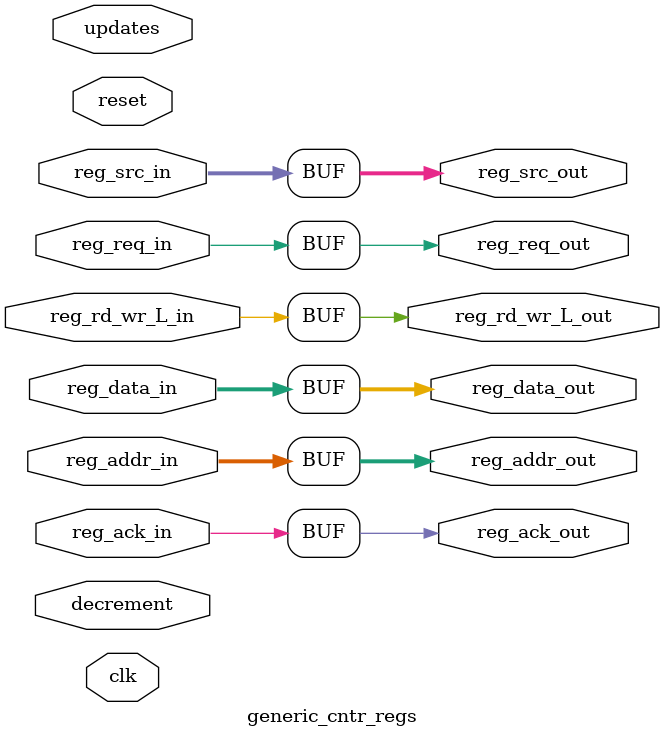
<source format=v>
`timescale 1ns / 1ps
module generic_cntr_regs
	#(
	// i just copied the following from the generic_regs.v to get this to simulate
		parameter UDP_REG_SRC_WIDTH = 2,
		parameter TAG = 0,
		parameter REG_ADDR_WIDTH = 5,
		parameter NUM_REGS_USED = 1,
		parameter REG_WIDTH = 16,
		parameter MIN_UPDATE_INTERBAL = 8,
		parameter RESET_ON_READ = 0,
		parameter INPUT_WIDTH = 1,
		parameter REG_START_ADDR = 0
	)
	(
		input 											reg_req_in,
		input 											reg_ack_in,
		input							 					reg_rd_wr_L_in,
		input  [15:0]       							reg_addr_in,
      input  [15:0]      							reg_data_in,
      input  [15:0]        					 	reg_src_in,

      output                              reg_req_out,
      output                              reg_ack_out,
      output                              reg_rd_wr_L_out,
      output [15:0]   							reg_addr_out,
      output [15:0]  							reg_data_out,
      output [15:0]     						reg_src_out,
                         
		input [1:0]										updates,
		input [1:0]										decrement,
		
		input												clk,
		input												reset
	);
	
		assign reg_req_out =			reg_req_in;
		assign reg_ack_out =			reg_ack_in;
		assign reg_rd_wr_L_out =	reg_rd_wr_L_in;
		assign reg_addr_out =		reg_addr_in;
		assign reg_data_out =		reg_data_in;
		assign reg_src_out =			reg_src_in;
   
endmodule

</source>
